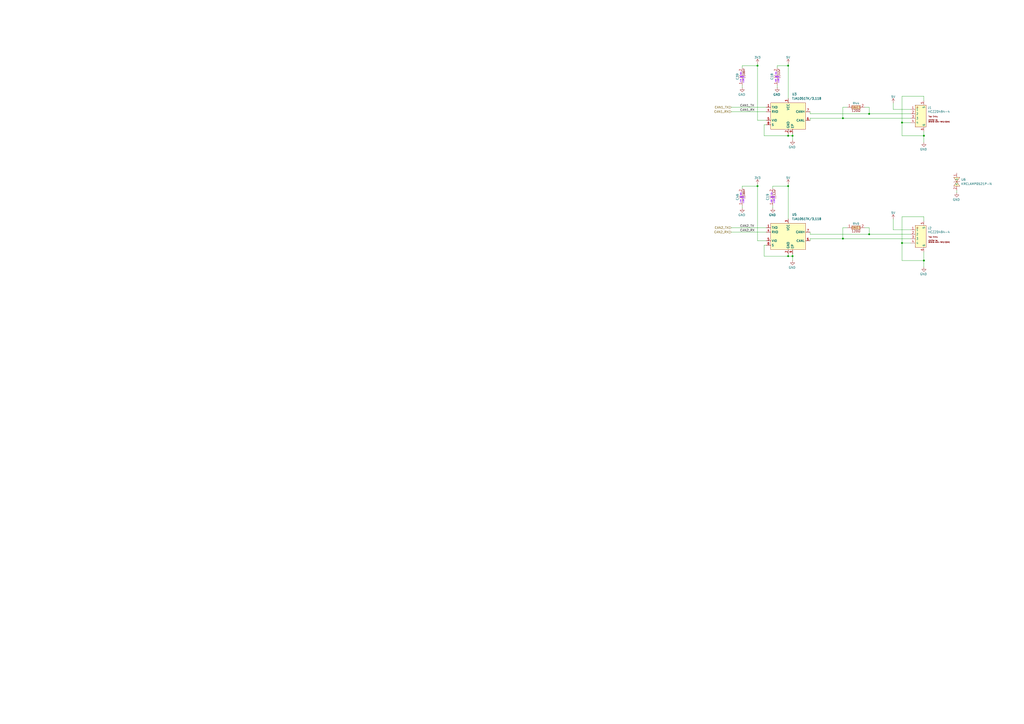
<source format=kicad_sch>
(kicad_sch (version 20250114) (generator "eeschema") (generator_version "9.0")
  (paper "A2")
  (lib_symbols
    (symbol "HCZZ0494-4_1"
      (property "Reference" "J" (at 7.112 4.826 0))
      (property "Value" "HCZZ0494-4" (at 12.446 2.54 0))
      (symbol "HCZZ0494-4_1_0_1"
        (rectangle (start -1.27 6.35) (end 5.08 -6.35) (fill (type background)))
        (circle (center 0 5.08) (radius 0.38))
        (pin unspecified line (at -3.81 3.81 0) (length 2.54) (name "1") (number "1"))
        (pin unspecified line (at -3.81 1.27 0) (length 2.54) (name "2") (number "2"))
        (pin unspecified line (at -3.81 -1.27 0) (length 2.54) (name "3") (number "3"))
        (pin unspecified line (at -3.81 -3.81 0) (length 2.54) (name "4") (number "4"))
        (pin unspecified line (at 3.81 8.89 270) (length 2.54) (name "5") (number "5"))
        (pin unspecified line (at 3.81 -8.89 90) (length 2.54) (name "6") (number "6"))
      )
      (symbol "HCZZ0494-4_1_1_1"
        (text "Top Entry" (at 6.35 -0.254 0) (effects (font (size 0.762 0.762)) (justify left)))
        (text "similiar to:\nBM04B-GHS-TBT(LF)(SN)" (at 6.35 -2.794 0) (effects (font (size 0.635 0.635)) (justify left)))
      )
    )
    (symbol "easyeda2kicad:KRCLAMP0521P-N"
      (property "Reference" "U" (at 0 5.08 0))
      (property "Value" "KRCLAMP0521P-N" (at 0 -5.08 0))
      (symbol "KRCLAMP0521P-N_0_1"
        (polyline (pts (xy -2.54 -1.78) (xy 0 0) (xy -2.54 1.78) (xy -2.54 -1.78)) (fill (type background)))
        (polyline (pts (xy -0.25 1.78) (xy 0 1.27) (xy 0 -1.27) (xy 0.25 -1.78)))
        (polyline (pts (xy 2.54 1.78) (xy 0 0) (xy 2.54 -1.78) (xy 2.54 1.78)) (fill (type background)))
        (pin unspecified line (at -5.08 0 0) (length 2.54) (name "K") (number "2"))
        (pin unspecified line (at 5.08 0 180) (length 2.54) (name "A") (number "1"))
      )
    )
    (symbol "easyeda2kicad:TJA1051TK_3,118"
      (property "Reference" "U" (at 0 15.24 0))
      (property "Value" "TJA1051TK/3,118" (at 0 -15.24 0))
      (symbol "TJA1051TK_3,118_0_1"
        (rectangle (start -10.16 7.62) (end 10.16 -7.62) (fill (type background)))
        (pin input line (at -12.7 5.08 0) (length 2.54) (name "TXD") (number "1"))
        (pin output line (at -12.7 2.54 0) (length 2.54) (name "RXD") (number "4"))
        (pin bidirectional line (at -12.7 -2.54 0) (length 2.54) (name "VIO") (number "5"))
        (pin input line (at -12.7 -5.08 0) (length 2.54) (name "S") (number "8"))
        (pin bidirectional line (at 0 10.16 270) (length 2.54) (name "VCC") (number "3"))
        (pin bidirectional line (at 0 -10.16 90) (length 2.54) (name "GND") (number "2"))
        (pin bidirectional line (at 2.54 -10.16 90) (length 2.54) (name "EP") (number "9"))
        (pin bidirectional line (at 12.7 2.54 180) (length 2.54) (name "CANH") (number "7"))
        (pin bidirectional line (at 12.7 -2.54 180) (length 2.54) (name "CANL") (number "6"))
      )
    )
    (symbol "lampelKicadLIB:0603WAF1200T5E (120ohm,0603)"
      (property "Reference" "R" (at 0 2.286 0))
      (symbol "0603WAF1200T5E (120ohm,0603)_0_1"
        (rectangle (start -2.54 1.02) (end 2.54 -1.02) (fill (type background)))
        (pin input line (at -5.08 0 0) (length 2.54) (name "") (number "1"))
        (pin input line (at 5.08 0 180) (length 2.54) (name "") (number "2"))
      )
      (symbol "0603WAF1200T5E (120ohm,0603)_1_1"
        (text "0603" (at 0 0 0) (effects (font (size 1.27 1.27))))
        (text "120Ω" (at 0 -2.032 0) (effects (font (size 1.27 1.27))))
      )
    )
    (symbol "lampelKicadLIB:CC0603KRX7R9BB104 (100nf , 0603 ,50v ,X7R)"
      (property "Reference" "C" (at 0 2.794 0))
      (symbol "CC0603KRX7R9BB104 (100nf , 0603 ,50v ,X7R)_0_1"
        (polyline (pts (xy -0.51 0) (xy -2.54 0)))
        (polyline (pts (xy -0.51 -2.03) (xy -0.51 2.03)))
        (polyline (pts (xy 0.51 2.03) (xy 0.51 -2.03)))
        (polyline (pts (xy 2.54 0) (xy 0.51 0)))
        (pin unspecified line (at -5.08 0 0) (length 2.54) (name "") (number "1"))
        (pin unspecified line (at 5.08 0 180) (length 2.54) (name "") (number "2"))
      )
      (symbol "CC0603KRX7R9BB104 (100nf , 0603 ,50v ,X7R)_1_1"
        (text "X7R" (at -2.286 0.762 0) (effects (font (size 0.635 0.635))))
        (text "±10%" (at -2.286 -0.762 0) (effects (font (size 0.635 0.635))))
        (text "0603" (at 0 0 900) (effects (font (size 0.635 0.635))))
        (text "50v" (at 2.032 0.762 0) (effects (font (size 0.762 0.762))))
        (text "100nF" (at 2.794 -1.016 0) (effects (font (size 0.889 0.889))))
      )
    )
    (symbol "lampelKicadLIB:CL10A225KO8NNNC (2.2uf , 0603,16v,X5R)"
      (property "Reference" "C" (at 0 3.048 0))
      (symbol "CL10A225KO8NNNC (2.2uf , 0603,16v,X5R)_0_1"
        (polyline (pts (xy -0.51 0) (xy -2.54 0)))
        (polyline (pts (xy -0.51 -2.03) (xy -0.51 2.03)))
        (polyline (pts (xy 0.51 2.03) (xy 0.51 -2.03)))
        (polyline (pts (xy 2.54 0) (xy 0.51 0)))
        (pin unspecified line (at -5.08 0 0) (length 2.54) (name "") (number "1"))
        (pin unspecified line (at 5.08 0 180) (length 2.54) (name "") (number "2"))
      )
      (symbol "CL10A225KO8NNNC (2.2uf , 0603,16v,X5R)_1_1"
        (text "X5R" (at -2.286 0.762 0) (effects (font (size 0.635 0.635))))
        (text "±10%" (at -2.286 -0.762 0) (effects (font (size 0.635 0.635))))
        (text "0603" (at 0 0 900) (effects (font (size 0.635 0.635))))
        (text "16v" (at 2.032 0.762 0) (effects (font (size 0.762 0.762))))
        (text "2.2uF" (at 2.794 -1.016 0) (effects (font (size 0.889 0.889))))
      )
    )
    (symbol "power:GND" (power) (pin_numbers (hide yes)) (pin_names (offset 0) (hide yes))
      (property "Value" "GND" (at 0 -3.81 0))
      (symbol "GND_0_1"
        (polyline (pts (xy 0 0) (xy 0 -1.27) (xy 1.27 -1.27) (xy 0 -2.54) (xy -1.27 -1.27) (xy 0 -1.27)))
      )
      (symbol "GND_1_1"
        (pin power_in line (at 0 0 270) (length 0) (name "~") (number "1"))
      )
    )
    (symbol "power:VDD" (power) (pin_numbers (hide yes)) (pin_names (offset 0) (hide yes))
      (property "Value" "VDD" (at 0 3.556 0))
      (symbol "VDD_0_1"
        (polyline (pts (xy -0.762 1.27) (xy 0 2.54)))
        (polyline (pts (xy 0 2.54) (xy 0.762 1.27)))
        (polyline (pts (xy 0 0) (xy 0 2.54)))
      )
      (symbol "VDD_1_1"
        (pin power_in line (at 0 0 90) (length 0) (name "~") (number "1"))
      )
    )
  )
  (junction (at 535.94 78.74))
  (junction (at 459.74 78.74))
  (junction (at 523.24 71.12))
  (junction (at 439.42 38.1))
  (junction (at 439.42 107.95))
  (junction (at 523.24 140.97))
  (junction (at 457.2 38.1))
  (junction (at 504.19 135.89))
  (junction (at 457.2 148.59))
  (junction (at 488.95 68.58))
  (junction (at 457.2 78.74))
  (junction (at 488.95 138.43))
  (junction (at 457.2 107.95))
  (junction (at 459.74 148.59))
  (junction (at 535.94 151.13))
  (junction (at 504.19 66.04))
  (wire (pts (xy 469.9 135.89) (xy 504.19 135.89)))
  (wire (pts (xy 457.2 147.32) (xy 457.2 148.59)))
  (wire (pts (xy 443.23 142.24) (xy 444.5 142.24)))
  (wire (pts (xy 535.94 146.05) (xy 535.94 151.13)))
  (wire (pts (xy 457.2 107.95) (xy 457.2 127)))
  (wire (pts (xy 523.24 71.12) (xy 523.24 78.74)))
  (wire (pts (xy 469.9 138.43) (xy 469.9 139.7)))
  (wire (pts (xy 457.2 77.47) (xy 457.2 78.74)))
  (wire (pts (xy 488.95 68.58) (xy 528.32 68.58)))
  (wire (pts (xy 535.94 125.73) (xy 523.24 125.73)))
  (wire (pts (xy 523.24 71.12) (xy 528.32 71.12)))
  (wire (pts (xy 457.2 106.68) (xy 457.2 107.95)))
  (wire (pts (xy 504.19 62.23) (xy 504.19 66.04)))
  (wire (pts (xy 430.53 38.1) (xy 430.53 39.37)))
  (wire (pts (xy 535.94 58.42) (xy 535.94 55.88)))
  (wire (pts (xy 443.23 142.24) (xy 443.23 148.59)))
  (wire (pts (xy 523.24 78.74) (xy 535.94 78.74)))
  (wire (pts (xy 488.95 68.58) (xy 488.95 62.23)))
  (wire (pts (xy 459.74 77.47) (xy 459.74 78.74)))
  (wire (pts (xy 469.9 68.58) (xy 488.95 68.58)))
  (wire (pts (xy 424.18 134.62) (xy 444.5 134.62)))
  (wire (pts (xy 424.18 62.23) (xy 444.5 62.23)))
  (wire (pts (xy 448.31 120.65) (xy 448.31 119.38)))
  (wire (pts (xy 554.99 110.49) (xy 554.99 111.76)))
  (wire (pts (xy 448.31 107.95) (xy 448.31 109.22)))
  (wire (pts (xy 488.95 138.43) (xy 488.95 132.08)))
  (wire (pts (xy 501.65 132.08) (xy 504.19 132.08)))
  (wire (pts (xy 535.94 151.13) (xy 535.94 154.94)))
  (wire (pts (xy 488.95 62.23) (xy 491.49 62.23)))
  (wire (pts (xy 457.2 107.95) (xy 448.31 107.95)))
  (wire (pts (xy 504.19 135.89) (xy 528.32 135.89)))
  (wire (pts (xy 430.53 49.53) (xy 430.53 50.8)))
  (wire (pts (xy 424.18 64.77) (xy 444.5 64.77)))
  (wire (pts (xy 424.18 132.08) (xy 444.5 132.08)))
  (wire (pts (xy 430.53 119.38) (xy 430.53 120.65)))
  (wire (pts (xy 457.2 36.83) (xy 457.2 38.1)))
  (wire (pts (xy 535.94 78.74) (xy 535.94 82.55)))
  (wire (pts (xy 469.9 68.58) (xy 469.9 69.85)))
  (wire (pts (xy 443.23 72.39) (xy 444.5 72.39)))
  (wire (pts (xy 430.53 107.95) (xy 430.53 109.22)))
  (wire (pts (xy 523.24 140.97) (xy 528.32 140.97)))
  (wire (pts (xy 523.24 55.88) (xy 523.24 71.12)))
  (wire (pts (xy 469.9 66.04) (xy 504.19 66.04)))
  (wire (pts (xy 459.74 78.74) (xy 459.74 81.28)))
  (wire (pts (xy 535.94 55.88) (xy 523.24 55.88)))
  (wire (pts (xy 501.65 62.23) (xy 504.19 62.23)))
  (wire (pts (xy 535.94 128.27) (xy 535.94 125.73)))
  (wire (pts (xy 488.95 132.08) (xy 491.49 132.08)))
  (wire (pts (xy 518.16 63.5) (xy 528.32 63.5)))
  (wire (pts (xy 518.16 133.35) (xy 528.32 133.35)))
  (wire (pts (xy 443.23 148.59) (xy 457.2 148.59)))
  (wire (pts (xy 518.16 59.69) (xy 518.16 63.5)))
  (wire (pts (xy 523.24 140.97) (xy 523.24 151.13)))
  (wire (pts (xy 504.19 66.04) (xy 528.32 66.04)))
  (wire (pts (xy 457.2 38.1) (xy 457.2 57.15)))
  (wire (pts (xy 443.23 72.39) (xy 443.23 78.74)))
  (wire (pts (xy 459.74 147.32) (xy 459.74 148.59)))
  (wire (pts (xy 457.2 78.74) (xy 459.74 78.74)))
  (wire (pts (xy 488.95 138.43) (xy 528.32 138.43)))
  (wire (pts (xy 535.94 78.74) (xy 535.94 76.2)))
  (wire (pts (xy 439.42 139.7) (xy 444.5 139.7)))
  (wire (pts (xy 439.42 107.95) (xy 430.53 107.95)))
  (wire (pts (xy 439.42 107.95) (xy 439.42 139.7)))
  (wire (pts (xy 439.42 38.1) (xy 439.42 69.85)))
  (wire (pts (xy 439.42 36.83) (xy 439.42 38.1)))
  (wire (pts (xy 469.9 138.43) (xy 488.95 138.43)))
  (wire (pts (xy 523.24 151.13) (xy 535.94 151.13)))
  (wire (pts (xy 459.74 148.59) (xy 459.74 151.13)))
  (wire (pts (xy 518.16 127) (xy 518.16 133.35)))
  (wire (pts (xy 450.85 38.1) (xy 457.2 38.1)))
  (wire (pts (xy 469.9 135.89) (xy 469.9 134.62)))
  (wire (pts (xy 457.2 148.59) (xy 459.74 148.59)))
  (wire (pts (xy 443.23 78.74) (xy 457.2 78.74)))
  (wire (pts (xy 523.24 125.73) (xy 523.24 140.97)))
  (wire (pts (xy 450.85 38.1) (xy 450.85 39.37)))
  (wire (pts (xy 439.42 38.1) (xy 430.53 38.1)))
  (wire (pts (xy 439.42 106.68) (xy 439.42 107.95)))
  (wire (pts (xy 450.85 50.8) (xy 450.85 49.53)))
  (wire (pts (xy 469.9 66.04) (xy 469.9 64.77)))
  (wire (pts (xy 439.42 69.85) (xy 444.5 69.85)))
  (wire (pts (xy 504.19 132.08) (xy 504.19 135.89)))
  (label "CAN2_RX" (at 429.26 134.62 0))
  (label "CAN1_TX" (at 429.26 62.23 0))
  (label "CAN2_TX" (at 429.26 132.08 0))
  (label "CAN1_RX" (at 429.26 64.77 0))
  (hierarchical_label "CAN1_TX" (shape input) (at 424.18 62.23 180))
  (hierarchical_label "CAN2_RX" (shape input) (at 424.18 134.62 180))
  (hierarchical_label "CAN1_RX" (shape input) (at 424.18 64.77 180))
  (hierarchical_label "CAN2_TX" (shape input) (at 424.18 132.08 180))
  (symbol (lib_id "power:GND") (at 430.53 120.65 0) (mirror y) (unit 1)
    (property "Reference" "#PWR072" (effects (hide yes)))
    (property "Value" "GND" (at 430.276 124.714 0))
    (property "Description" "Power symbol creates a global label with name \"GND\" , ground" (effects (hide yes)))
  )
  (symbol (lib_name "HCZZ0494-4_1") (lib_id "lampelKicadLIB:HCZZ0494-4") (at 532.13 137.16 0) (unit 1)
    (property "Reference" "J2" (at 539.242 132.334 0))
    (property "Value" "HCZZ0494-4" (at 544.576 134.62 0))
    (property "Footprint" "easyeda2kicad:CONN-SMD_4P-P1.25_BM04B-GHS-TBT-LF-SN" (effects (hide yes)))
    (property "Description" "Connector Header 4 position 1.25mm Pitch 1A Surface Mount,Vertical -25℃~+85℃" (effects (hide yes)))
    (property "LCSC Part" "C7433500" (effects (hide yes)))
  )
  (symbol (lib_id "power:GND") (at 459.74 151.13 0) (mirror y) (unit 1)
    (property "Reference" "#PWR076" (effects (hide yes)))
    (property "Value" "GND" (at 459.486 155.194 0))
    (property "Description" "Power symbol creates a global label with name \"GND\" , ground" (effects (hide yes)))
  )
  (symbol (lib_id "power:GND") (at 450.85 50.8 0) (mirror y) (unit 1)
    (property "Reference" "#PWR069" (effects (hide yes)))
    (property "Value" "GND" (at 450.596 54.864 0))
    (property "Description" "Power symbol creates a global label with name \"GND\" , ground" (effects (hide yes)))
  )
  (symbol (lib_id "power:GND") (at 459.74 81.28 0) (mirror y) (unit 1)
    (property "Reference" "#PWR067" (effects (hide yes)))
    (property "Value" "GND" (at 459.486 85.344 0))
    (property "Description" "Power symbol creates a global label with name \"GND\" , ground" (effects (hide yes)))
  )
  (symbol (lib_id "power:VDD") (at 518.16 59.69 0) (mirror y) (unit 1)
    (property "Reference" "#PWR065" (effects (hide yes)))
    (property "Value" "5V" (at 518.16 56.134 0))
    (property "Description" "Power symbol creates a global label with name \"VDD\"" (effects (hide yes)))
  )
  (symbol (lib_id "lampelKicadLIB:CC0603KRX7R9BB104 (100nf , 0603 ,50v ,X7R)") (at 430.53 44.45 90) (unit 1)
    (property "Reference" "C39" (at 427.736 44.45 0))
    (property "Value" "CC0603KRX7R9BB104 (100nf , 0603 ,50v ,X7R)" (effects (hide yes)))
    (property "Footprint" "easyeda2kicad:C0603" (effects (hide yes)))
    (property "Datasheet" "https://lcsc.com/product-detail/Multilayer-Ceramic-Capacitors-MLCC-SMD-SMT_100nF-104-10-50V_C14663.html" (effects (hide yes)))
    (property "Description" "100nF ±10% 50V Ceramic Capacitor X7R 0603" (effects (hide yes)))
    (property "LCSC Part" "C14663" (effects (hide yes)))
  )
  (symbol (lib_id "easyeda2kicad:TJA1051TK_3,118") (at 457.2 137.16 0) (unit 1)
    (property "Reference" "U5" (at 459.3941 124.46 0) (effects (justify left)))
    (property "Value" "TJA1051TK/3,118" (at 459.3941 127 0) (effects (justify left)))
    (property "Footprint" "easyeda2kicad:HVSON-8_L3.0-W3.0-P0.65-BL-EP" (effects (hide yes)))
    (property "Datasheet" "https://lcsc.com/product-detail/CAN_NXP_TJA1051TK-3-118_TJA1051TK-3-118_C124020.html" (effects (hide yes)))
    (property "LCSC Part" "C124020" (effects (hide yes)))
  )
  (symbol (lib_id "easyeda2kicad:TJA1051TK_3,118") (at 457.2 67.31 0) (unit 1)
    (property "Reference" "U3" (at 459.3941 54.61 0) (effects (justify left)))
    (property "Value" "TJA1051TK/3,118" (at 459.3941 57.15 0) (effects (justify left)))
    (property "Footprint" "easyeda2kicad:HVSON-8_L3.0-W3.0-P0.65-BL-EP" (effects (hide yes)))
    (property "Datasheet" "https://lcsc.com/product-detail/CAN_NXP_TJA1051TK-3-118_TJA1051TK-3-118_C124020.html" (effects (hide yes)))
    (property "LCSC Part" "C124020" (effects (hide yes)))
  )
  (symbol (lib_id "power:GND") (at 554.99 111.76 0) (mirror y) (unit 1)
    (property "Reference" "#PWR078" (effects (hide yes)))
    (property "Value" "GND" (at 554.736 115.824 0))
    (property "Description" "Power symbol creates a global label with name \"GND\" , ground" (effects (hide yes)))
  )
  (symbol (lib_id "power:VDD") (at 518.16 127 0) (mirror y) (unit 1)
    (property "Reference" "#PWR071" (effects (hide yes)))
    (property "Value" "5V" (at 518.16 123.444 0))
    (property "Description" "Power symbol creates a global label with name \"VDD\"" (effects (hide yes)))
  )
  (symbol (lib_id "lampelKicadLIB:0603WAF1200T5E (120ohm,0603)") (at 496.57 132.08 0) (unit 1)
    (property "Reference" "R45" (at 496.57 129.794 0))
    (property "Value" "603WAF1200T5E" (effects (hide yes)))
    (property "Footprint" "easyeda2kicad:R0603" (effects (hide yes)))
    (property "Datasheet" "https://lcsc.com/product-detail/Chip-Resistor-Surface-Mount-UniOhm_120R-1200-1_C22787.html" (effects (hide yes)))
    (property "Description" "120Ω ±1% 100mW 0603 Thick Film Resistor" (effects (hide yes)))
    (property "LCSC Part" "C22787" (effects (hide yes)))
  )
  (symbol (lib_id "lampelKicadLIB:CC0603KRX7R9BB104 (100nf , 0603 ,50v ,X7R)") (at 430.53 114.3 90) (unit 1)
    (property "Reference" "C46" (at 427.736 114.3 0))
    (property "Value" "CC0603KRX7R9BB104 (100nf , 0603 ,50v ,X7R)" (effects (hide yes)))
    (property "Footprint" "easyeda2kicad:C0603" (effects (hide yes)))
    (property "Datasheet" "https://lcsc.com/product-detail/Multilayer-Ceramic-Capacitors-MLCC-SMD-SMT_100nF-104-10-50V_C14663.html" (effects (hide yes)))
    (property "Description" "100nF ±10% 50V Ceramic Capacitor X7R 0603" (effects (hide yes)))
    (property "LCSC Part" "C14663" (effects (hide yes)))
  )
  (symbol (lib_id "power:GND") (at 430.53 50.8 0) (mirror y) (unit 1)
    (property "Reference" "#PWR070" (effects (hide yes)))
    (property "Value" "GND" (at 430.276 54.864 0))
    (property "Description" "Power symbol creates a global label with name \"GND\" , ground" (effects (hide yes)))
  )
  (symbol (lib_id "power:VDD") (at 439.42 106.68 0) (mirror y) (unit 1)
    (property "Reference" "#PWR073" (effects (hide yes)))
    (property "Value" "3V3" (at 439.42 103.124 0))
    (property "Description" "Power symbol creates a global label with name \"VDD\"" (effects (hide yes)))
  )
  (symbol (lib_id "power:VDD") (at 457.2 36.83 0) (mirror y) (unit 1)
    (property "Reference" "#PWR066" (effects (hide yes)))
    (property "Value" "5V" (at 457.2 33.274 0))
    (property "Description" "Power symbol creates a global label with name \"VDD\"" (effects (hide yes)))
  )
  (symbol (lib_id "lampelKicadLIB:0603WAF1200T5E (120ohm,0603)") (at 496.57 62.23 0) (unit 1)
    (property "Reference" "R44" (at 496.57 59.944 0))
    (property "Value" "603WAF1200T5E" (effects (hide yes)))
    (property "Footprint" "easyeda2kicad:R0603" (effects (hide yes)))
    (property "Datasheet" "https://lcsc.com/product-detail/Chip-Resistor-Surface-Mount-UniOhm_120R-1200-1_C22787.html" (effects (hide yes)))
    (property "Description" "120Ω ±1% 100mW 0603 Thick Film Resistor" (effects (hide yes)))
    (property "LCSC Part" "C22787" (effects (hide yes)))
  )
  (symbol (lib_id "lampelKicadLIB:CL10A225KO8NNNC (2.2uf , 0603,16v,X5R)") (at 450.85 44.45 90) (unit 1)
    (property "Reference" "C18" (at 447.802 44.45 0))
    (property "Value" "CL10A225KO8NNNC (2.2uf , 0603,16v,X5R)" (effects (hide yes)))
    (property "Footprint" "easyeda2kicad:C0603" (effects (hide yes)))
    (property "Datasheet" "https://lcsc.com/product-detail/Multilayer-Ceramic-Capacitors-MLCC-SMD-SMT_SAMSUNG_CL10A225KO8NNNC_2-2uF-225-10-16V_C23630.html" (effects (hide yes)))
    (property "LCSC Part" "C23630" (effects (hide yes)))
  )
  (symbol (lib_id "power:GND") (at 448.31 120.65 0) (mirror y) (unit 1)
    (property "Reference" "#PWR074" (effects (hide yes)))
    (property "Value" "GND" (at 448.056 124.714 0))
    (property "Description" "Power symbol creates a global label with name \"GND\" , ground" (effects (hide yes)))
  )
  (symbol (lib_name "HCZZ0494-4_1") (lib_id "lampelKicadLIB:HCZZ0494-4") (at 532.13 67.31 0) (unit 1)
    (property "Reference" "J1" (at 539.242 62.484 0))
    (property "Value" "HCZZ0494-4" (at 544.576 64.77 0))
    (property "Footprint" "easyeda2kicad:CONN-SMD_4P-P1.25_BM04B-GHS-TBT-LF-SN" (effects (hide yes)))
    (property "Description" "Connector Header 4 position 1.25mm Pitch 1A Surface Mount,Vertical -25℃~+85℃" (effects (hide yes)))
    (property "LCSC Part" "C7433500" (effects (hide yes)))
  )
  (symbol (lib_id "power:VDD") (at 439.42 36.83 0) (mirror y) (unit 1)
    (property "Reference" "#PWR068" (effects (hide yes)))
    (property "Value" "3V3" (at 439.42 33.274 0))
    (property "Description" "Power symbol creates a global label with name \"VDD\"" (effects (hide yes)))
  )
  (symbol (lib_id "lampelKicadLIB:CL10A225KO8NNNC (2.2uf , 0603,16v,X5R)") (at 448.31 114.3 90) (unit 1)
    (property "Reference" "C19" (at 445.262 114.3 0))
    (property "Value" "CL10A225KO8NNNC (2.2uf , 0603,16v,X5R)" (effects (hide yes)))
    (property "Footprint" "easyeda2kicad:C0603" (effects (hide yes)))
    (property "Datasheet" "https://lcsc.com/product-detail/Multilayer-Ceramic-Capacitors-MLCC-SMD-SMT_SAMSUNG_CL10A225KO8NNNC_2-2uF-225-10-16V_C23630.html" (effects (hide yes)))
    (property "LCSC Part" "C23630" (effects (hide yes)))
  )
  (symbol (lib_id "power:GND") (at 535.94 154.94 0) (mirror y) (unit 1)
    (property "Reference" "#PWR079" (effects (hide yes)))
    (property "Value" "GND" (at 535.686 159.004 0))
    (property "Description" "Power symbol creates a global label with name \"GND\" , ground" (effects (hide yes)))
  )
  (symbol (lib_id "power:GND") (at 535.94 82.55 0) (mirror y) (unit 1)
    (property "Reference" "#PWR064" (effects (hide yes)))
    (property "Value" "GND" (at 535.686 86.614 0))
    (property "Description" "Power symbol creates a global label with name \"GND\" , ground" (effects (hide yes)))
  )
  (symbol (lib_id "power:VDD") (at 457.2 106.68 0) (mirror y) (unit 1)
    (property "Reference" "#PWR075" (effects (hide yes)))
    (property "Value" "5V" (at 457.2 103.124 0))
    (property "Description" "Power symbol creates a global label with name \"VDD\"" (effects (hide yes)))
  )
  (symbol (lib_id "easyeda2kicad:KRCLAMP0521P-N") (at 554.99 105.41 90) (unit 1)
    (property "Reference" "U6" (at 557.53 104.1399 90) (effects (justify right)))
    (property "Value" "KRCLAMP0521P-N" (at 557.53 106.6799 90) (effects (justify right)))
    (property "Footprint" "easyeda2kicad:DFN1006-2L-BI" (effects (hide yes)))
    (property "LCSC Part" "C2985618" (effects (hide yes)))
  )
)
</source>
